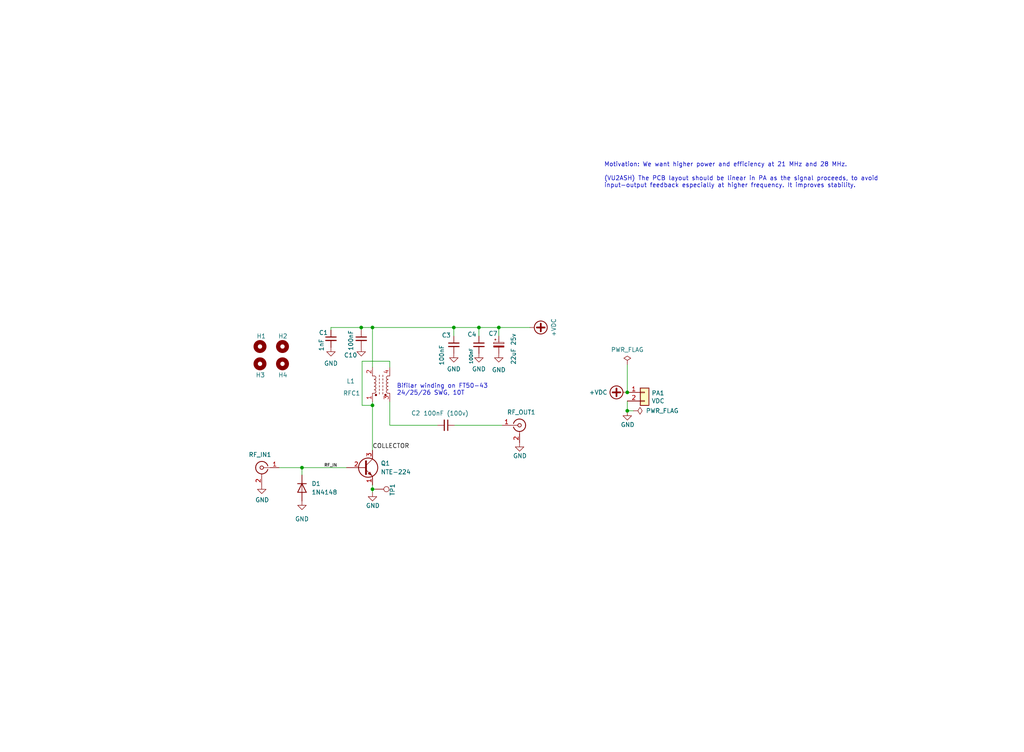
<source format=kicad_sch>
(kicad_sch (version 20211123) (generator eeschema)
  (paper "User" 300.634 220.802)
  (title_block (title "Easy-PA-With-Pluggable-LPF") (date "2022-03-18") (rev "v0.01") (company "Author: Dhiru Kholia (VU3CER)") (comment 2 "Uses ideas from VU2ASH, HAMBREWERS, QRP Labs, Tom (AK2B), VK3PE, and G6LBQ") (comment 4 "Robust Class-C / Class-D Single-ended TRANSISTOR powered HF PA") (comment 5 "Motivation: We want higher efficiencies at 21 MHz and 28 MHz."))
  (lib_symbols
    (symbol "Connector:Conn_Coaxial" (pin_names (offset 1.016) hide)
      (property "Reference" "J" (at 0.254 3.048 0))
      (property "Value" "Conn_Coaxial" (at 2.921 0 90))
      (symbol "Conn_Coaxial_0_1"
        (arc (start -1.778 -0.508) (mid 0.222 -1.808) (end 1.778 0) (stroke (width 0.254)))
        (polyline (pts (xy -2.54 0) (xy -0.508 0)))
        (polyline (pts (xy 0 -2.54) (xy 0 -1.778)))
        (circle (center 0 0) (radius 0.508) (stroke (width 0.2032)))
        (arc (start 1.778 0) (mid 0.222 1.8083) (end -1.778 0.508) (stroke (width 0.254)))
      )
      (symbol "Conn_Coaxial_1_1"
        (pin passive line (at -5.08 0 0) (length 2.54) (name "In") (number "1"))
        (pin passive line (at 0 -5.08 90) (length 2.54) (name "Ext") (number "2"))
      )
    )
    (symbol "Connector:TestPoint" (pin_numbers hide) (pin_names (offset 0.762) hide)
      (property "Reference" "TP" (at 0 6.858 0))
      (property "Value" "TestPoint" (at 0 5.08 0))
      (symbol "TestPoint_0_1"
        (circle (center 0 3.302) (radius 0.762))
      )
      (symbol "TestPoint_1_1"
        (pin passive line (at 0 0 90) (length 2.54) (name "1") (number "1"))
      )
    )
    (symbol "Connector_Generic:Conn_01x02" (pin_names (offset 1.016) hide)
      (property "Reference" "J" (at 0 2.54 0))
      (property "Value" "Conn_01x02" (at 0 -5.08 0))
      (symbol "Conn_01x02_1_1"
        (rectangle (start -1.27 -2.413) (end 0 -2.667) (stroke (width 0.1524)))
        (rectangle (start -1.27 0.127) (end 0 -0.127) (stroke (width 0.1524)))
        (rectangle (start -1.27 1.27) (end 1.27 -3.81) (stroke (width 0.254)) (fill (type background)))
        (pin passive line (at -5.08 0 0) (length 3.81) (name "Pin_1") (number "1"))
        (pin passive line (at -5.08 -2.54 0) (length 3.81) (name "Pin_2") (number "2"))
      )
    )
    (symbol "Device:C_Polarized_Small" (pin_numbers hide) (pin_names (offset 0.254) hide)
      (property "Reference" "C" (at 0.254 1.778 0))
      (property "Value" "C_Polarized_Small" (at 0.254 -2.032 0))
      (symbol "C_Polarized_Small_0_1"
        (rectangle (start -1.524 -0.3048) (end 1.524 -0.6858) (fill (type outline)))
        (rectangle (start -1.524 0.6858) (end 1.524 0.3048))
        (polyline (pts (xy -1.27 1.524) (xy -0.762 1.524)))
        (polyline (pts (xy -1.016 1.27) (xy -1.016 1.778)))
      )
      (symbol "C_Polarized_Small_1_1"
        (pin passive line (at 0 2.54 270) (length 1.8542) (name "~") (number "1"))
        (pin passive line (at 0 -2.54 90) (length 1.8542) (name "~") (number "2"))
      )
    )
    (symbol "Device:C_Small" (pin_numbers hide) (pin_names (offset 0.254) hide)
      (property "Reference" "C" (at 0.254 1.778 0))
      (property "Value" "C_Small" (at 0.254 -2.032 0))
      (symbol "C_Small_0_1"
        (polyline (pts (xy -1.524 -0.508) (xy 1.524 -0.508)) (stroke (width 0.3302)))
        (polyline (pts (xy -1.524 0.508) (xy 1.524 0.508)) (stroke (width 0.3048)))
      )
      (symbol "C_Small_1_1"
        (pin passive line (at 0 2.54 270) (length 2.032) (name "~") (number "1"))
        (pin passive line (at 0 -2.54 90) (length 2.032) (name "~") (number "2"))
      )
    )
    (symbol "Device:L_Ferrite_Coupled" (pin_names (offset 0.254) hide)
      (property "Reference" "L" (at 0 4.445 0))
      (property "Value" "L_Ferrite_Coupled" (at 0 -4.445 0))
      (symbol "L_Ferrite_Coupled_0_1"
        (circle (center -3.048 -1.27) (radius 0.254) (fill (type outline)))
        (circle (center -3.048 1.524) (radius 0.254) (fill (type outline)))
        (arc (start -2.54 2.032) (mid -2.032 1.524) (end -1.524 2.032))
        (arc (start -1.524 -2.032) (mid -2.032 -1.524) (end -2.54 -2.032))
        (arc (start -1.524 2.032) (mid -1.016 1.524) (end -0.508 2.032))
        (arc (start -0.508 -2.032) (mid -1.016 -1.524) (end -1.524 -2.032))
        (arc (start -0.508 2.032) (mid 0 1.524) (end 0.508 2.032))
        (polyline (pts (xy -2.794 -0.508) (xy -2.286 -0.508)))
        (polyline (pts (xy -2.794 0.508) (xy -2.286 0.508)))
        (polyline (pts (xy -2.54 -2.032) (xy -2.54 -2.54)))
        (polyline (pts (xy -2.54 2.032) (xy -2.54 2.54)))
        (polyline (pts (xy -1.778 -0.508) (xy -1.27 -0.508)))
        (polyline (pts (xy -1.778 0.508) (xy -1.27 0.508)))
        (polyline (pts (xy -0.762 -0.508) (xy -0.254 -0.508)))
        (polyline (pts (xy -0.762 0.508) (xy -0.254 0.508)))
        (polyline (pts (xy 0.254 -0.508) (xy 0.762 -0.508)))
        (polyline (pts (xy 0.254 0.508) (xy 0.762 0.508)))
        (polyline (pts (xy 1.27 -0.508) (xy 1.778 -0.508)))
        (polyline (pts (xy 1.27 0.508) (xy 1.778 0.508)))
        (polyline (pts (xy 2.286 -0.508) (xy 2.794 -0.508)))
        (polyline (pts (xy 2.286 0.508) (xy 2.794 0.508)))
        (polyline (pts (xy 2.54 -2.032) (xy 2.54 -2.54)))
        (polyline (pts (xy 2.54 2.54) (xy 2.54 2.032)))
        (arc (start 0.508 -2.032) (mid 0 -1.524) (end -0.508 -2.032))
        (arc (start 0.508 2.032) (mid 1.016 1.524) (end 1.524 2.032))
        (arc (start 1.524 -2.032) (mid 1.016 -1.524) (end 0.508 -2.032))
        (arc (start 1.524 2.032) (mid 2.032 1.524) (end 2.54 2.032))
        (arc (start 2.54 -2.032) (mid 2.032 -1.524) (end 1.524 -2.032))
      )
      (symbol "L_Ferrite_Coupled_1_1"
        (pin passive line (at -5.08 2.54 0) (length 2.54) (name "1") (number "1"))
        (pin passive line (at 5.08 2.54 180) (length 2.54) (name "2") (number "2"))
        (pin passive line (at -5.08 -2.54 0) (length 2.54) (name "3") (number "3"))
        (pin passive line (at 5.08 -2.54 180) (length 2.54) (name "4") (number "4"))
      )
    )
    (symbol "Diode:1N4148" (pin_numbers hide) (pin_names (offset 1.016) hide)
      (property "Reference" "D" (at 0 2.54 0))
      (property "Value" "1N4148" (at 0 -2.54 0))
      (symbol "1N4148_0_1"
        (polyline (pts (xy -1.27 1.27) (xy -1.27 -1.27)) (stroke (width 0.254)))
        (polyline (pts (xy 1.27 0) (xy -1.27 0)))
        (polyline (pts (xy 1.27 1.27) (xy 1.27 -1.27) (xy -1.27 0) (xy 1.27 1.27)) (stroke (width 0.254)))
      )
      (symbol "1N4148_1_1"
        (pin passive line (at -3.81 0 0) (length 2.54) (name "K") (number "1"))
        (pin passive line (at 3.81 0 180) (length 2.54) (name "A") (number "2"))
      )
    )
    (symbol "Mechanical:MountingHole" (pin_names (offset 1.016))
      (property "Reference" "H" (at 0 5.08 0))
      (property "Value" "MountingHole" (at 0 3.175 0))
      (symbol "MountingHole_0_1"
        (circle (center 0 0) (radius 1.27) (stroke (width 1.27)))
      )
    )
    (symbol "Transistor_BJT:2N2219" (pin_names (offset 0) hide)
      (property "Reference" "Q" (at 5.08 1.905 0))
      (property "Value" "2N2219" (at 5.08 0 0))
      (symbol "2N2219_0_1"
        (polyline (pts (xy 0.635 0.635) (xy 2.54 2.54)))
        (polyline (pts (xy 0.635 -0.635) (xy 2.54 -2.54) (xy 2.54 -2.54)))
        (polyline (pts (xy 0.635 1.905) (xy 0.635 -1.905) (xy 0.635 -1.905)) (stroke (width 0.508)))
        (polyline (pts (xy 1.27 -1.778) (xy 1.778 -1.27) (xy 2.286 -2.286) (xy 1.27 -1.778) (xy 1.27 -1.778)) (fill (type outline)))
        (circle (center 1.27 0) (radius 2.8194) (stroke (width 0.254)))
      )
      (symbol "2N2219_1_1"
        (pin passive line (at 2.54 -5.08 90) (length 2.54) (name "E") (number "1"))
        (pin passive line (at -5.08 0 0) (length 5.715) (name "B") (number "2"))
        (pin passive line (at 2.54 5.08 270) (length 2.54) (name "C") (number "3"))
      )
    )
    (symbol "power:+VDC" (power) (pin_names (offset 0))
      (property "Value" "+VDC" (at 0 6.35 0))
      (symbol "+VDC_0_1"
        (polyline (pts (xy -1.143 3.175) (xy 1.143 3.175)) (stroke (width 0.508)))
        (polyline (pts (xy 0 0) (xy 0 1.27)))
        (polyline (pts (xy 0 2.032) (xy 0 4.318)) (stroke (width 0.508)))
        (circle (center 0 3.175) (radius 1.905) (stroke (width 0.254)))
      )
      (symbol "+VDC_1_1"
        (pin power_in line (at 0 0 90) (length 0) hide (name "+VDC") (number "1"))
      )
    )
    (symbol "power:GND" (power) (pin_names (offset 0))
      (property "Value" "GND" (at 0 -3.81 0))
      (symbol "GND_0_1"
        (polyline (pts (xy 0 0) (xy 0 -1.27) (xy 1.27 -1.27) (xy 0 -2.54) (xy -1.27 -1.27) (xy 0 -1.27)))
      )
      (symbol "GND_1_1"
        (pin power_in line (at 0 0 270) (length 0) hide (name "GND") (number "1"))
      )
    )
    (symbol "power:PWR_FLAG" (power) (pin_numbers hide) (pin_names (offset 0) hide)
      (property "Value" "PWR_FLAG" (at 0 3.81 0))
      (symbol "PWR_FLAG_0_0"
        (pin power_out line (at 0 0 90) (length 0) (name "pwr") (number "1"))
      )
      (symbol "PWR_FLAG_0_1"
        (polyline (pts (xy 0 0) (xy 0 1.27) (xy -1.016 1.905) (xy 0 2.54) (xy 1.016 1.905) (xy 0 1.27)))
      )
    )
  )
  (junction (at 184.15 115.189))
  (junction (at 109.347 118.999))
  (junction (at 109.347 143.6116))
  (junction (at 140.589 96.139))
  (junction (at 88.646 137.287))
  (junction (at 106.045 96.139))
  (junction (at 146.431 96.139))
  (junction (at 133.223 96.139))
  (junction (at 184.15 120.5992))
  (junction (at 109.347 96.139))
  (wire (pts (xy 184.15 117.729) (xy 184.15 120.5992)))
  (wire (pts (xy 184.15 107.061) (xy 184.15 115.189)))
  (wire (pts (xy 109.347 118.999) (xy 106.299 118.999)))
  (wire (pts (xy 81.915 137.287) (xy 88.646 137.287)))
  (wire (pts (xy 106.045 96.139) (xy 106.045 96.901)))
  (wire (pts (xy 184.15 120.5992) (xy 184.15 120.777)))
  (wire (pts (xy 109.347 117.983) (xy 109.347 118.999)))
  (wire (pts (xy 106.299 118.999) (xy 106.299 106.045)))
  (wire (pts (xy 106.299 106.045) (xy 114.427 106.045)))
  (wire (pts (xy 133.223 98.679) (xy 133.223 96.139)))
  (wire (pts (xy 133.223 96.139) (xy 140.589 96.139)))
  (wire (pts (xy 185.9788 120.5992) (xy 184.15 120.5992)))
  (wire (pts (xy 114.427 106.045) (xy 114.427 107.823)))
  (wire (pts (xy 155.575 96.139) (xy 146.431 96.139)))
  (wire (pts (xy 133.477 124.841) (xy 147.447 124.841)))
  (wire (pts (xy 88.646 137.287) (xy 101.727 137.287)))
  (wire (pts (xy 109.347 96.139) (xy 133.223 96.139)))
  (wire (pts (xy 114.427 117.983) (xy 114.427 124.841)))
  (wire (pts (xy 109.347 142.367) (xy 109.347 143.6116)))
  (wire (pts (xy 110.1344 143.6116) (xy 109.347 143.6116)))
  (wire (pts (xy 88.646 137.287) (xy 88.646 139.446)))
  (wire (pts (xy 109.347 118.999) (xy 109.347 132.207)))
  (wire (pts (xy 140.589 96.139) (xy 140.589 98.679)))
  (wire (pts (xy 114.427 124.841) (xy 128.397 124.841)))
  (wire (pts (xy 97.155 96.901) (xy 97.155 96.139)))
  (wire (pts (xy 106.045 96.139) (xy 109.347 96.139)))
  (wire (pts (xy 109.347 96.139) (xy 109.347 107.823)))
  (wire (pts (xy 140.589 96.139) (xy 146.431 96.139)))
  (wire (pts (xy 109.347 143.6116) (xy 109.347 144.526)))
  (wire (pts (xy 97.155 96.139) (xy 106.045 96.139)))
  (wire (pts (xy 146.431 96.139) (xy 146.431 98.679)))
  (text "Motivation: We want higher power and efficiency at 21 MHz and 28 MHz.\n\n(VU2ASH) The PCB layout should be linear in PA as the signal proceeds, to avoid \ninput-output feedback especially at higher frequency. It improves stability." (at 177.3428 55.2704 0) (effects (font (size 1.27 1.27)) (justify left bottom)))
  (text "Bifilar winding on FT50-43\n24/25/26 SWG, 10T" (at 116.459 116.205 0) (effects (font (size 1.27 1.27)) (justify left bottom)))
  (label "COLLECTOR" (at 109.347 131.953 0))
  (label "RF_IN" (at 95.123 137.287 0) (effects (font (size 0.889 0.889))))
  (symbol (lib_id "power:GND") (at 109.347 144.526 0) (unit 1)
    (property "Reference" "#PWR0126" (effects hide))
    (property "Value" "GND" (at 109.4486 148.4376 0))
  )
  (symbol (lib_id "Device:C_Small") (at 130.937 124.841 270) (unit 1)
    (property "Reference" "C2" (at 122.047 121.285 90))
    (property "Value" "100nF (100v)" (at 130.937 121.3358 90))
    (property "Footprint" "Capacitor_SMD:C_1206_3216Metric_Pad1.33x1.80mm_HandSolder" (effects hide))
  )
  (symbol (lib_id "Connector:Conn_Coaxial") (at 76.835 137.287 0) (mirror y) (unit 1)
    (property "Reference" "RF_IN1" (at 76.327 133.477 0))
    (property "Value" "Conn_Coaxial" (effects hide))
    (property "Footprint" "Connector_Coaxial:SMA_Amphenol_901-144_Vertical" (effects hide))
    (property "Datasheet" " ~" (effects hide))
  )
  (symbol (lib_id "Connector:Conn_Coaxial") (at 152.527 124.841 0) (unit 1)
    (property "Reference" "RF_OUT1" (at 153.035 121.031 0))
    (property "Value" "Conn_Coaxial" (effects hide))
    (property "Footprint" "Connector_Coaxial:SMA_Amphenol_901-144_Vertical" (effects hide))
    (property "Datasheet" " ~" (effects hide))
  )
  (symbol (lib_id "power:GND") (at 152.527 129.921 0) (unit 1)
    (property "Reference" "#PWR0104" (effects hide))
    (property "Value" "GND" (at 152.6286 133.8326 0))
  )
  (symbol (lib_id "Connector_Generic:Conn_01x02") (at 189.23 115.189 0) (unit 1)
    (property "Reference" "PA1" (at 191.262 115.3922 0) (effects (justify left)))
    (property "Value" "VDC" (at 191.262 117.7036 0) (effects (justify left)))
    (property "Footprint" "Connector_PinHeader_2.54mm:PinHeader_1x02_P2.54mm_Vertical" (effects hide))
  )
  (symbol (lib_id "power:GND") (at 184.15 120.777 0) (unit 1)
    (property "Reference" "#PWR0109" (effects hide))
    (property "Value" "GND" (at 184.2516 124.6886 0))
  )
  (symbol (lib_id "power:+VDC") (at 184.15 115.189 90) (unit 1)
    (property "Reference" "#PWR0110" (effects hide))
    (property "Value" "+VDC" (at 178.3334 115.189 90) (effects (justify left)))
  )
  (symbol (lib_id "power:+VDC") (at 155.575 96.139 270) (unit 1)
    (property "Reference" "#PWR0112" (effects hide))
    (property "Value" "+VDC" (at 162.56 96.139 0))
  )
  (symbol (lib_id "power:PWR_FLAG") (at 184.15 107.061 0) (unit 1)
    (property "Reference" "#FLG0103" (effects hide))
    (property "Value" "PWR_FLAG" (at 184.15 102.6668 0))
  )
  (symbol (lib_id "power:GND") (at 76.835 142.367 0) (unit 1)
    (property "Reference" "#PWR0102" (effects hide))
    (property "Value" "GND" (at 76.962 146.7612 0))
  )
  (symbol (lib_id "power:GND") (at 106.045 101.981 0) (unit 1)
    (property "Reference" "#PWR07" (effects hide))
    (property "Value" "GND" (effects hide))
  )
  (symbol (lib_id "Diode:1N4148") (at 88.646 143.256 270) (unit 1)
    (property "Reference" "D1" (at 91.44 141.9859 90) (effects (justify left)))
    (property "Value" "1N4148" (at 91.44 144.5259 90) (effects (justify left)))
    (property "Footprint" "Diode_THT:D_DO-35_SOD27_P2.54mm_Vertical_KathodeUp" (effects hide))
    (property "Datasheet" "https://assets.nexperia.com/documents/data-sheet/1N4148_1N4448.pdf" (effects hide))
  )
  (symbol (lib_id "power:GND") (at 97.155 101.981 0) (unit 1)
    (property "Reference" "#PWR0105" (effects hide))
    (property "Value" "GND" (at 97.155 106.68 0))
  )
  (symbol (lib_id "power:PWR_FLAG") (at 185.9788 120.5992 270) (unit 1)
    (property "Reference" "#FLG01" (effects hide))
    (property "Value" "PWR_FLAG" (at 189.5856 120.5991 90) (effects (justify left)))
  )
  (symbol (lib_id "Device:C_Polarized_Small") (at 146.431 101.219 0) (unit 1)
    (property "Reference" "C7" (at 143.383 97.917 0) (effects (justify left)))
    (property "Value" "22uF 25v" (at 150.749 107.061 90) (effects (justify left)))
    (property "Footprint" "Capacitor_THT:CP_Radial_D5.0mm_P2.50mm" (effects hide))
  )
  (symbol (lib_id "Connector:TestPoint") (at 110.1344 143.6116 270) (unit 1)
    (property "Reference" "TP1" (at 115.2144 141.9352 0) (effects (justify left)))
    (property "Value" "TestPoint" (effects hide))
    (property "Footprint" "Connector_PinSocket_2.54mm:PinSocket_1x01_P2.54mm_Vertical" (effects hide))
  )
  (symbol (lib_id "power:GND") (at 133.223 103.759 0) (unit 1)
    (property "Reference" "#PWR01" (effects hide))
    (property "Value" "GND" (at 133.223 108.331 0))
  )
  (symbol (lib_id "power:GND") (at 140.589 103.759 0) (unit 1)
    (property "Reference" "#PWR0101" (effects hide))
    (property "Value" "GND" (at 140.589 108.331 0))
  )
  (symbol (lib_id "Mechanical:MountingHole") (at 82.931 106.807 0) (unit 1)
    (property "Reference" "H4" (at 81.661 110.109 0) (effects (justify left)))
    (property "Value" "MountingHole" (effects hide))
    (property "Footprint" "MountingHole:MountingHole_2.2mm_M2" (effects hide))
  )
  (symbol (lib_id "Device:C_Small") (at 106.045 99.441 0) (unit 1)
    (property "Reference" "C10" (at 100.965 104.267 0) (effects (justify left)))
    (property "Value" "100nF" (at 102.997 102.997 90) (effects (justify left)))
    (property "Footprint" "Capacitor_SMD:C_1206_3216Metric_Pad1.33x1.80mm_HandSolder" (effects hide))
  )
  (symbol (lib_id "Device:C_Small") (at 133.223 101.219 0) (unit 1)
    (property "Reference" "C3" (at 129.667 98.425 0) (effects (justify left)))
    (property "Value" "100nF" (at 129.667 107.315 90) (effects (justify left)))
    (property "Footprint" "Capacitor_SMD:C_1206_3216Metric_Pad1.33x1.80mm_HandSolder" (effects hide))
  )
  (symbol (lib_id "Transistor_BJT:2N2219") (at 106.807 137.287 0) (unit 1)
    (property "Reference" "Q1" (at 111.76 136.0169 0) (effects (justify left)))
    (property "Value" "NTE-224" (at 111.76 138.5569 0) (effects (justify left)))
    (property "Footprint" "Package_TO_SOT_THT:TO-39-3" (effects hide))
    (property "Datasheet" "http://www.onsemi.com/pub_link/Collateral/2N2219-D.PDF" (effects hide))
  )
  (symbol (lib_id "Device:C_Small") (at 97.155 99.441 0) (unit 1)
    (property "Reference" "C1" (at 93.599 97.663 0) (effects (justify left)))
    (property "Value" "1nF" (at 94.361 103.124 90) (effects (justify left)))
    (property "Footprint" "Capacitor_SMD:C_1206_3216Metric_Pad1.33x1.80mm_HandSolder" (effects hide))
  )
  (symbol (lib_id "Mechanical:MountingHole") (at 82.931 101.727 0) (unit 1)
    (property "Reference" "H2" (at 81.661 98.679 0) (effects (justify left)))
    (property "Value" "MountingHole" (effects hide))
    (property "Footprint" "MountingHole:MountingHole_2.2mm_M2" (effects hide))
  )
  (symbol (lib_id "power:GND") (at 88.646 147.066 0) (unit 1)
    (property "Reference" "#PWR02" (effects hide))
    (property "Value" "GND" (at 88.646 152.3492 0))
  )
  (symbol (lib_id "Device:L_Ferrite_Coupled") (at 111.887 112.903 90) (unit 1)
    (property "Reference" "L1" (at 101.727 111.887 90) (effects (justify right)))
    (property "Value" "RFC1" (at 100.711 115.443 90) (effects (justify right)))
    (property "Footprint" "footprints:FT50-43 Transformer" (effects hide))
  )
  (symbol (lib_id "Mechanical:MountingHole") (at 76.327 106.807 0) (unit 1)
    (property "Reference" "H3" (at 75.057 110.109 0) (effects (justify left)))
    (property "Value" "MountingHole" (effects hide))
    (property "Footprint" "MountingHole:MountingHole_2.2mm_M2" (effects hide))
  )
  (symbol (lib_id "Mechanical:MountingHole") (at 76.327 101.727 0) (unit 1)
    (property "Reference" "H1" (at 75.311 98.679 0) (effects (justify left)))
    (property "Value" "MountingHole" (effects hide))
    (property "Footprint" "MountingHole:MountingHole_2.2mm_M2" (effects hide))
  )
  (symbol (lib_id "Device:C_Small") (at 140.589 101.219 0) (unit 1)
    (property "Reference" "C4" (at 138.557 98.171 0))
    (property "Value" "100nF" (at 138.303 104.521 90) (effects (font (size 0.9906 0.9906))))
    (property "Footprint" "Capacitor_SMD:C_1206_3216Metric_Pad1.33x1.80mm_HandSolder" (effects hide))
  )
  (symbol (lib_id "power:GND") (at 146.431 103.759 0) (unit 1)
    (property "Reference" "#PWR0103" (effects hide))
    (property "Value" "GND" (at 146.431 108.585 0))
  )
)
</source>
